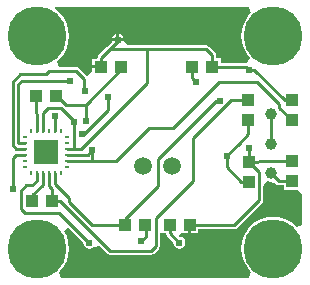
<source format=gtl>
%FSLAX24Y24*%
%MOIN*%
G70*
G01*
G75*
G04 Layer_Physical_Order=1*
G04 Layer_Color=255*
%ADD10R,0.0433X0.0394*%
%ADD11R,0.0394X0.0433*%
%ADD12R,0.0827X0.0827*%
%ADD13O,0.0157X0.0094*%
%ADD14O,0.0094X0.0157*%
%ADD15C,0.0100*%
%ADD16C,0.1969*%
%ADD17C,0.0591*%
%ADD18C,0.0394*%
%ADD19C,0.0240*%
G36*
X7146Y7864D02*
X7119Y7842D01*
X6986Y7680D01*
X6887Y7495D01*
X6826Y7295D01*
X6806Y7087D01*
X6826Y6878D01*
X6887Y6678D01*
X6986Y6493D01*
X7100Y6354D01*
X6999Y6186D01*
X6955Y6194D01*
X6127D01*
Y6339D01*
X5963D01*
Y6463D01*
X5953Y6514D01*
X5925Y6556D01*
X5744Y6737D01*
X5702Y6765D01*
X5652Y6775D01*
X3058D01*
X2966Y6836D01*
X2891Y6927D01*
X2890Y6919D01*
X2504D01*
X2507Y6905D01*
X2338Y6737D01*
X2049Y6448D01*
X2021Y6405D01*
X2011Y6355D01*
Y6338D01*
X1847D01*
Y6113D01*
X2142D01*
Y6013D01*
X1847D01*
Y5884D01*
X1691Y5779D01*
X1665Y5769D01*
X1410Y6024D01*
X1367Y6052D01*
X1317Y6062D01*
X720D01*
X653Y6248D01*
X755Y6331D01*
X888Y6493D01*
X987Y6678D01*
X1048Y6878D01*
X1068Y7087D01*
X1048Y7295D01*
X987Y7495D01*
X888Y7680D01*
X755Y7842D01*
X593Y7975D01*
X612Y8049D01*
X7079D01*
X7146Y7864D01*
D02*
G37*
G36*
X7787Y2238D02*
X7787Y2238D01*
X7787Y2238D01*
X7975Y2146D01*
D01*
X7975Y2146D01*
Y2146D01*
X8017Y2117D01*
X8068Y2107D01*
X8232D01*
Y1943D01*
X8697D01*
X8837Y1804D01*
Y795D01*
X8651Y728D01*
X8629Y755D01*
X8467Y888D01*
X8283Y987D01*
X8082Y1048D01*
X7874Y1068D01*
X7666Y1048D01*
X7465Y987D01*
X7281Y888D01*
X7119Y755D01*
X6986Y593D01*
X6887Y409D01*
X6826Y208D01*
X6806Y-0D01*
X6826Y-208D01*
X6887Y-409D01*
X6986Y-593D01*
X7119Y-755D01*
X7146Y-777D01*
X7079Y-963D01*
X795D01*
X728Y-777D01*
X755Y-755D01*
X888Y-593D01*
X987Y-409D01*
X1048Y-208D01*
X1068Y-0D01*
X1048Y208D01*
X987Y409D01*
X888Y593D01*
X1040Y718D01*
X1550Y207D01*
X1547Y193D01*
X1563Y115D01*
X1607Y50D01*
X1672Y6D01*
X1750Y-10D01*
X1828Y6D01*
X1893Y50D01*
X1902Y63D01*
X2098Y82D01*
X2344Y-164D01*
X2387Y-192D01*
X2437Y-202D01*
X3795D01*
X3846Y-192D01*
X3888Y-164D01*
X3888Y-164D01*
X3888Y-164D01*
X4056Y4D01*
X4085Y47D01*
X4095Y97D01*
X4095Y97D01*
X4095Y97D01*
Y97D01*
Y508D01*
X4125D01*
Y508D01*
X4293D01*
X4299Y476D01*
X4328Y433D01*
X4328Y433D01*
X4328Y433D01*
X4546Y215D01*
X4543Y201D01*
X4559Y123D01*
X4603Y58D01*
X4669Y14D01*
X4746Y-2D01*
X4824Y14D01*
X4889Y58D01*
X4933Y123D01*
X4949Y201D01*
X4933Y278D01*
X4889Y344D01*
X4824Y388D01*
X4746Y403D01*
X4737Y450D01*
X4795Y508D01*
X4855Y508D01*
X4855Y508D01*
X4855Y508D01*
X5040D01*
Y784D01*
X5140D01*
Y508D01*
X5385D01*
Y652D01*
X6582D01*
X6633Y662D01*
X6675Y691D01*
X6675Y691D01*
X6675Y691D01*
X7510Y1525D01*
X7510Y1525D01*
X7510Y1525D01*
X7538Y1568D01*
X7548Y1618D01*
Y2064D01*
X7647Y2212D01*
X7701Y2256D01*
X7787Y2238D01*
D02*
G37*
%LPC*%
G36*
X2747Y7161D02*
Y7018D01*
X2890D01*
X2884Y7046D01*
X2840Y7112D01*
X2774Y7156D01*
X2747Y7161D01*
D02*
G37*
G36*
X2647D02*
X2619Y7156D01*
X2554Y7112D01*
X2510Y7046D01*
X2504Y7018D01*
X2647D01*
Y7161D01*
D02*
G37*
%LPD*%
D10*
X5090Y783D02*
D03*
X4421D02*
D03*
X-37Y5096D02*
D03*
X632D02*
D03*
X515Y1589D02*
D03*
X-154D02*
D03*
X5163Y6063D02*
D03*
X5832D02*
D03*
X2812Y6063D02*
D03*
X2142D02*
D03*
X2945Y773D02*
D03*
X3615D02*
D03*
D11*
X7065Y2235D02*
D03*
Y2905D02*
D03*
X8508Y2908D02*
D03*
Y2239D02*
D03*
X7047Y4274D02*
D03*
Y4943D02*
D03*
X8494Y4952D02*
D03*
Y4283D02*
D03*
D12*
X297Y3228D02*
D03*
D13*
X1006Y3130D02*
D03*
Y2933D02*
D03*
Y2736D02*
D03*
Y3327D02*
D03*
Y3524D02*
D03*
Y3720D02*
D03*
X-411D02*
D03*
Y3524D02*
D03*
Y3327D02*
D03*
Y2736D02*
D03*
Y2933D02*
D03*
Y3130D02*
D03*
D14*
X396Y2520D02*
D03*
X593D02*
D03*
X789D02*
D03*
X199D02*
D03*
X2D02*
D03*
X-195D02*
D03*
Y3937D02*
D03*
X2D02*
D03*
X199D02*
D03*
X789D02*
D03*
X593D02*
D03*
X396D02*
D03*
D15*
X199Y2133D02*
Y2520D01*
X-154Y1780D02*
X199Y2133D01*
X396Y2104D02*
Y2520D01*
Y2104D02*
X515Y1985D01*
X2Y2266D02*
Y2520D01*
X-157Y2106D02*
X2Y2266D01*
X593Y2165D02*
X1056Y1701D01*
X593Y2165D02*
Y2520D01*
X-354Y2106D02*
X-157D01*
X-531Y1929D02*
X-354Y2106D01*
X-154Y1589D02*
Y1780D01*
X1846Y773D02*
X2945D01*
X1056Y1563D02*
X1846Y773D01*
X1056Y1563D02*
Y1701D01*
X-531Y1320D02*
Y1929D01*
Y1320D02*
X-407Y1195D01*
X-687Y3327D02*
X-411D01*
X-807Y3447D02*
X-687Y3327D01*
X-627Y3524D02*
Y5480D01*
Y3524D02*
X-411D01*
X-687Y3130D02*
X-411D01*
X-787Y3030D02*
X-687Y3130D01*
X-787Y1995D02*
Y3030D01*
X-407Y1195D02*
X748D01*
X1750Y193D01*
X1848Y2935D02*
X1850Y2933D01*
X2642D01*
X1006D02*
X1850D01*
X1848Y2935D02*
Y3274D01*
X1006Y3130D02*
X1705D01*
X1238Y3327D02*
Y4258D01*
Y3327D02*
X1482D01*
X5974Y4931D02*
X6090D01*
X4035Y2992D02*
X5974Y4931D01*
X4035Y2077D02*
Y2992D01*
X2945Y987D02*
X4035Y2077D01*
X2945Y773D02*
Y987D01*
X6090Y4931D02*
X6094D01*
X1705Y3130D02*
X1848Y3274D01*
X1510Y3823D02*
X1573D01*
X2376Y4626D02*
Y5045D01*
X1573Y3823D02*
X2376Y4626D01*
X2Y3937D02*
Y4495D01*
X-37Y4533D02*
X2Y4495D01*
X-37Y4533D02*
Y5096D01*
X515Y1589D02*
Y1985D01*
X7787Y3504D02*
Y4488D01*
X5832Y6063D02*
X6955D01*
X6733Y3495D02*
X7047Y3809D01*
Y4274D01*
X7787Y2519D02*
X8068Y2239D01*
X8508D01*
X1623Y4268D02*
Y4790D01*
X6326Y3069D02*
X6350Y3093D01*
Y3112D01*
X6733Y3495D01*
X6810Y2235D02*
X7065D01*
X6326Y2719D02*
X6810Y2235D01*
X6326Y2719D02*
Y3069D01*
X632Y5096D02*
X653D01*
X199Y3937D02*
Y4528D01*
X653Y5096D02*
X958Y4790D01*
X1623D01*
X199Y4528D02*
X357Y4686D01*
X810D01*
X1238Y4258D01*
X593Y3937D02*
Y4429D01*
X5652Y6644D02*
X5832Y6463D01*
Y6063D02*
Y6463D01*
X1482Y3327D02*
X3683Y5528D01*
Y6644D01*
X5652D01*
X5163Y5690D02*
X5313Y5539D01*
X5163Y5690D02*
Y6063D01*
X2812Y5978D02*
Y6063D01*
X1623Y4790D02*
X2812Y5978D01*
X-627Y5480D02*
X-502Y5604D01*
X-807Y3447D02*
Y5556D01*
X-551Y5811D01*
X298D01*
X419Y5931D01*
X1317D01*
X1576Y5263D02*
Y5277D01*
Y5263D02*
X1589Y5250D01*
X1317Y5931D02*
X1576Y5672D01*
Y5277D02*
Y5672D01*
X4421Y526D02*
X4746Y201D01*
X4421Y526D02*
Y783D01*
X515Y1589D02*
X777D01*
X2437Y-71D01*
X3795D01*
X3963Y97D01*
Y1035D01*
X5193Y2265D01*
Y3673D01*
X6463Y4943D01*
X7047D01*
X3478Y244D02*
X3636Y402D01*
Y752D01*
X3615Y773D02*
X3636Y752D01*
X7065Y2905D02*
X7283D01*
X-502Y5604D02*
X1093D01*
X7065Y2905D02*
X7717Y2908D01*
X2142Y6063D02*
Y6355D01*
X2431Y6644D01*
X3683D01*
X2697Y6909D02*
Y6969D01*
X2431Y6644D02*
X2697Y6909D01*
X1006Y3327D02*
X1238D01*
X6955Y6063D02*
X7053Y5965D01*
X7244D01*
X8257Y4952D01*
X8494D01*
X7742Y2908D02*
X8508D01*
X7053Y3365D02*
X7065Y3353D01*
Y2905D02*
Y3353D01*
X5090Y783D02*
X6582D01*
X7417Y1618D01*
Y2552D01*
X7065Y2905D02*
X7417Y2552D01*
X2642Y2933D02*
X3736Y4028D01*
X4530D01*
X6069Y5567D01*
X7333D01*
X8083Y4817D01*
Y4694D02*
Y4817D01*
Y4694D02*
X8494Y4283D01*
D16*
X-0Y-0D02*
D03*
X7874D02*
D03*
Y7087D02*
D03*
X-0D02*
D03*
D17*
X3525Y2744D02*
D03*
X4509D02*
D03*
D18*
X7787Y2519D02*
D03*
Y4488D02*
D03*
Y3504D02*
D03*
D19*
X-787Y1995D02*
D03*
X1848Y3274D02*
D03*
X1510Y3823D02*
D03*
X2376Y5045D02*
D03*
X1623Y4268D02*
D03*
X6350Y3093D02*
D03*
X6094Y4931D02*
D03*
X593Y4429D02*
D03*
X5313Y5539D02*
D03*
X1589Y5250D02*
D03*
X1093Y5600D02*
D03*
X4746Y201D02*
D03*
X3478Y244D02*
D03*
X1750Y193D02*
D03*
X1233Y4225D02*
D03*
X7053Y3365D02*
D03*
Y5965D02*
D03*
X2697Y6969D02*
D03*
M02*

</source>
